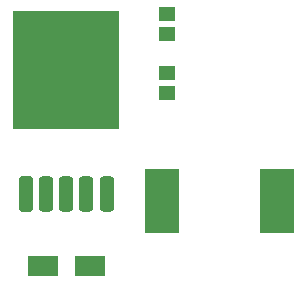
<source format=gtp>
G04*
G04 #@! TF.GenerationSoftware,Altium Limited,Altium Designer,20.2.5 (213)*
G04*
G04 Layer_Color=8421504*
%FSLAX25Y25*%
%MOIN*%
G70*
G04*
G04 #@! TF.SameCoordinates,D13279C3-A8A1-413E-BFD4-EE2126F61682*
G04*
G04*
G04 #@! TF.FilePolarity,Positive*
G04*
G01*
G75*
G04:AMPARAMS|DCode=12|XSize=47.24mil|YSize=121.06mil|CornerRadius=11.81mil|HoleSize=0mil|Usage=FLASHONLY|Rotation=180.000|XOffset=0mil|YOffset=0mil|HoleType=Round|Shape=RoundedRectangle|*
%AMROUNDEDRECTD12*
21,1,0.04724,0.09744,0,0,180.0*
21,1,0.02362,0.12106,0,0,180.0*
1,1,0.02362,-0.01181,0.04872*
1,1,0.02362,0.01181,0.04872*
1,1,0.02362,0.01181,-0.04872*
1,1,0.02362,-0.01181,-0.04872*
%
%ADD12ROUNDEDRECTD12*%
G04:AMPARAMS|DCode=13|XSize=47.24mil|YSize=118.7mil|CornerRadius=11.81mil|HoleSize=0mil|Usage=FLASHONLY|Rotation=0.000|XOffset=0mil|YOffset=0mil|HoleType=Round|Shape=RoundedRectangle|*
%AMROUNDEDRECTD13*
21,1,0.04724,0.09508,0,0,0.0*
21,1,0.02362,0.11870,0,0,0.0*
1,1,0.02362,0.01181,-0.04754*
1,1,0.02362,-0.01181,-0.04754*
1,1,0.02362,-0.01181,0.04754*
1,1,0.02362,0.01181,0.04754*
%
%ADD13ROUNDEDRECTD13*%
%ADD14R,0.35433X0.39370*%
%ADD15R,0.11417X0.21260*%
%ADD16R,0.05315X0.04528*%
%ADD17R,0.09843X0.06693*%
D12*
X380201Y279961D02*
D03*
D13*
X386951Y280079D02*
D03*
X393701D02*
D03*
X400451D02*
D03*
X407201D02*
D03*
D14*
X393701Y321461D02*
D03*
D15*
X463976Y277559D02*
D03*
X425787D02*
D03*
D16*
X427165Y320374D02*
D03*
Y313484D02*
D03*
Y340059D02*
D03*
Y333169D02*
D03*
D17*
X385827Y255906D02*
D03*
X401575D02*
D03*
M02*

</source>
